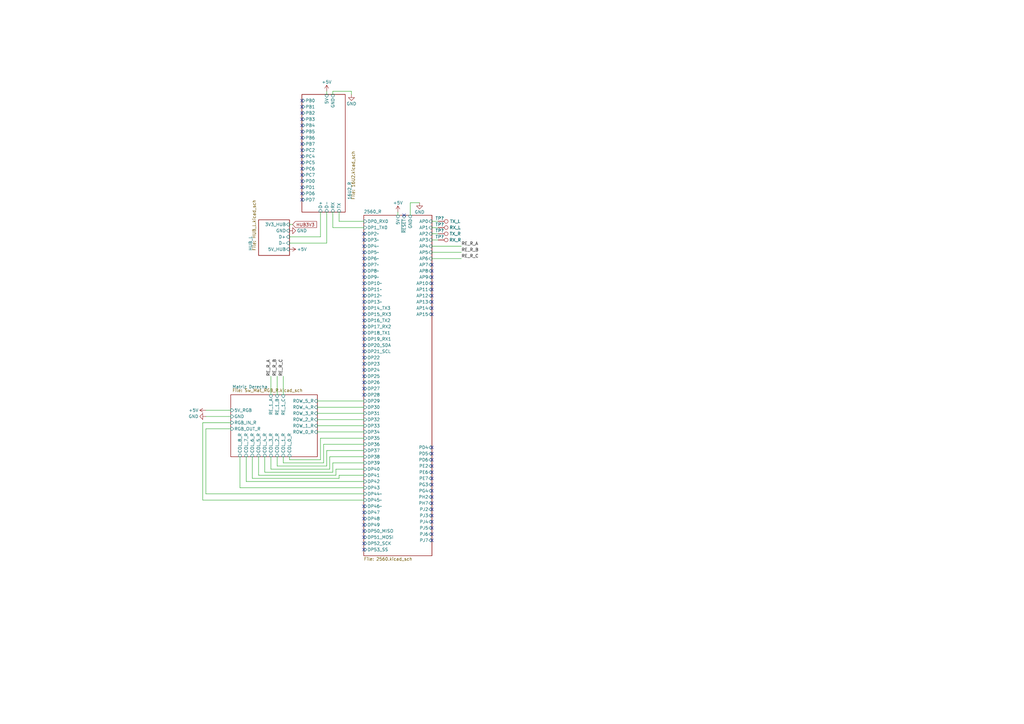
<source format=kicad_sch>
(kicad_sch (version 20211123) (generator eeschema)
  (paper "A3")
  (lib_symbols
    (symbol "Connector:TestPoint" (pin_numbers hide) (pin_names (offset 0.762) hide)
      (property "Reference" "TP" (at 0 6.858 0))
      (property "Value" "TestPoint" (at 0 5.08 0))
      (symbol "TestPoint_0_1"
        (circle (center 0 3.302) (radius 0.762))
      )
      (symbol "TestPoint_1_1"
        (pin passive line (at 0 0 90) (length 2.54) (name "1") (number "1"))
      )
    )
    (symbol "power:+5V" (power) (pin_names (offset 0))
      (property "Value" "+5V" (at 0 3.556 0))
      (symbol "+5V_0_1"
        (polyline (pts (xy -0.762 1.27) (xy 0 2.54)))
        (polyline (pts (xy 0 0) (xy 0 2.54)))
        (polyline (pts (xy 0 2.54) (xy 0.762 1.27)))
      )
      (symbol "+5V_1_1"
        (pin power_in line (at 0 0 90) (length 0) hide (name "+5V") (number "1"))
      )
    )
    (symbol "power:GND" (power) (pin_names (offset 0))
      (property "Value" "GND" (at 0 -3.81 0))
      (symbol "GND_0_1"
        (polyline (pts (xy 0 0) (xy 0 -1.27) (xy 1.27 -1.27) (xy 0 -2.54) (xy -1.27 -1.27) (xy 0 -1.27)))
      )
      (symbol "GND_1_1"
        (pin power_in line (at 0 0 270) (length 0) hide (name "GND") (number "1"))
      )
    )
  )
  (no_connect (at 149.225 151.765))
  (no_connect (at 149.225 98.425))
  (no_connect (at 123.825 43.815))
  (no_connect (at 149.225 141.605))
  (no_connect (at 149.225 118.745))
  (no_connect (at 149.225 123.825))
  (no_connect (at 177.165 206.375))
  (no_connect (at 177.165 121.285))
  (no_connect (at 123.825 48.895))
  (no_connect (at 123.825 61.595))
  (no_connect (at 177.165 193.675))
  (no_connect (at 123.825 74.295))
  (no_connect (at 177.165 211.455))
  (no_connect (at 177.165 116.205))
  (no_connect (at 177.165 108.585))
  (no_connect (at 123.825 46.355))
  (no_connect (at 177.165 123.825))
  (no_connect (at 177.165 126.365))
  (no_connect (at 149.225 149.225))
  (no_connect (at 123.825 79.375))
  (no_connect (at 177.165 198.755))
  (no_connect (at 149.225 217.805))
  (no_connect (at 177.165 213.995))
  (no_connect (at 149.225 161.925))
  (no_connect (at 177.165 208.915))
  (no_connect (at 149.225 95.885))
  (no_connect (at 177.165 196.215))
  (no_connect (at 149.225 215.265))
  (no_connect (at 123.825 76.835))
  (no_connect (at 165.735 88.265))
  (no_connect (at 149.225 100.965))
  (no_connect (at 149.225 103.505))
  (no_connect (at 177.165 191.135))
  (no_connect (at 149.225 139.065))
  (no_connect (at 149.225 146.685))
  (no_connect (at 149.225 154.305))
  (no_connect (at 123.825 51.435))
  (no_connect (at 123.825 81.915))
  (no_connect (at 177.165 128.905))
  (no_connect (at 149.225 225.425))
  (no_connect (at 149.225 126.365))
  (no_connect (at 149.225 220.345))
  (no_connect (at 149.225 210.185))
  (no_connect (at 149.225 207.645))
  (no_connect (at 149.225 131.445))
  (no_connect (at 123.825 59.055))
  (no_connect (at 177.165 111.125))
  (no_connect (at 149.225 144.145))
  (no_connect (at 149.225 116.205))
  (no_connect (at 149.225 128.905))
  (no_connect (at 177.165 188.595))
  (no_connect (at 123.825 64.135))
  (no_connect (at 177.165 183.515))
  (no_connect (at 149.225 106.045))
  (no_connect (at 149.225 222.885))
  (no_connect (at 123.825 56.515))
  (no_connect (at 149.225 111.125))
  (no_connect (at 149.225 108.585))
  (no_connect (at 149.225 133.985))
  (no_connect (at 177.165 221.615))
  (no_connect (at 177.165 113.665))
  (no_connect (at 177.165 201.295))
  (no_connect (at 177.165 186.055))
  (no_connect (at 177.165 118.745))
  (no_connect (at 123.825 66.675))
  (no_connect (at 149.225 121.285))
  (no_connect (at 177.165 219.075))
  (no_connect (at 149.225 136.525))
  (no_connect (at 123.825 41.275))
  (no_connect (at 149.225 156.845))
  (no_connect (at 149.225 159.385))
  (no_connect (at 123.825 69.215))
  (no_connect (at 177.165 203.835))
  (no_connect (at 123.825 53.975))
  (no_connect (at 149.225 212.725))
  (no_connect (at 123.825 71.755))
  (no_connect (at 149.225 113.665))
  (no_connect (at 177.165 216.535))
  (wire (pts (xy 130.175 174.625) (xy 149.225 174.625)))
  (wire (pts (xy 136.525 189.865) (xy 149.225 189.865)))
  (wire (pts (xy 133.985 184.785) (xy 149.225 184.785)))
  (wire (pts (xy 177.165 93.345) (xy 179.705 93.345)))
  (wire (pts (xy 177.165 100.965) (xy 189.23 100.965)))
  (wire (pts (xy 131.445 179.705) (xy 149.225 179.705)))
  (wire (pts (xy 133.985 99.695) (xy 133.985 86.995)))
  (wire (pts (xy 113.665 191.135) (xy 133.985 191.135)))
  (wire (pts (xy 177.165 90.805) (xy 179.705 90.805)))
  (wire (pts (xy 139.065 194.945) (xy 149.225 194.945)))
  (wire (pts (xy 137.795 192.405) (xy 149.225 192.405)))
  (wire (pts (xy 177.165 106.045) (xy 189.23 106.045)))
  (wire (pts (xy 113.665 154.305) (xy 113.665 161.925)))
  (wire (pts (xy 98.425 187.325) (xy 98.425 200.025)))
  (wire (pts (xy 139.065 90.805) (xy 149.225 90.805)))
  (wire (pts (xy 139.065 86.995) (xy 139.065 90.805)))
  (wire (pts (xy 130.175 177.165) (xy 149.225 177.165)))
  (wire (pts (xy 177.165 103.505) (xy 189.23 103.505)))
  (wire (pts (xy 111.125 154.305) (xy 111.125 161.925)))
  (wire (pts (xy 113.665 187.325) (xy 113.665 191.135)))
  (wire (pts (xy 130.175 172.085) (xy 149.225 172.085)))
  (wire (pts (xy 83.185 205.105) (xy 149.225 205.105)))
  (wire (pts (xy 118.745 99.695) (xy 133.985 99.695)))
  (wire (pts (xy 98.425 200.025) (xy 149.225 200.025)))
  (wire (pts (xy 131.445 188.595) (xy 131.445 179.705)))
  (wire (pts (xy 132.715 182.245) (xy 149.225 182.245)))
  (wire (pts (xy 133.985 191.135) (xy 133.985 184.785)))
  (wire (pts (xy 118.745 188.595) (xy 131.445 188.595)))
  (wire (pts (xy 118.745 92.075) (xy 120.015 92.075)))
  (wire (pts (xy 84.455 175.895) (xy 84.455 202.565)))
  (wire (pts (xy 139.065 196.215) (xy 139.065 194.945)))
  (wire (pts (xy 118.745 187.325) (xy 118.745 188.595)))
  (wire (pts (xy 136.525 38.735) (xy 136.525 37.465)))
  (wire (pts (xy 135.255 192.405) (xy 135.255 187.325)))
  (wire (pts (xy 130.175 167.005) (xy 149.225 167.005)))
  (wire (pts (xy 100.965 187.325) (xy 100.965 197.485)))
  (wire (pts (xy 111.125 192.405) (xy 135.255 192.405)))
  (wire (pts (xy 84.455 202.565) (xy 149.225 202.565)))
  (wire (pts (xy 131.445 97.155) (xy 131.445 86.995)))
  (wire (pts (xy 168.275 83.185) (xy 172.085 83.185)))
  (wire (pts (xy 103.505 196.215) (xy 139.065 196.215)))
  (wire (pts (xy 136.525 93.345) (xy 149.225 93.345)))
  (wire (pts (xy 94.615 175.895) (xy 84.455 175.895)))
  (wire (pts (xy 136.525 193.675) (xy 136.525 189.865)))
  (wire (pts (xy 163.195 86.995) (xy 163.195 88.265)))
  (wire (pts (xy 94.615 173.355) (xy 83.185 173.355)))
  (wire (pts (xy 106.045 194.945) (xy 137.795 194.945)))
  (wire (pts (xy 136.525 37.465) (xy 144.145 37.465)))
  (wire (pts (xy 108.585 193.675) (xy 136.525 193.675)))
  (wire (pts (xy 106.045 187.325) (xy 106.045 194.945)))
  (wire (pts (xy 84.455 170.815) (xy 94.615 170.815)))
  (wire (pts (xy 130.175 169.545) (xy 149.225 169.545)))
  (wire (pts (xy 133.985 37.465) (xy 133.985 38.735)))
  (wire (pts (xy 116.205 187.325) (xy 116.205 189.865)))
  (wire (pts (xy 144.145 37.465) (xy 144.145 38.735)))
  (wire (pts (xy 132.715 189.865) (xy 132.715 182.245)))
  (wire (pts (xy 111.125 187.325) (xy 111.125 192.405)))
  (wire (pts (xy 135.255 187.325) (xy 149.225 187.325)))
  (wire (pts (xy 130.175 164.465) (xy 149.225 164.465)))
  (wire (pts (xy 116.205 189.865) (xy 132.715 189.865)))
  (wire (pts (xy 177.165 95.885) (xy 179.705 95.885)))
  (wire (pts (xy 177.165 98.425) (xy 179.705 98.425)))
  (wire (pts (xy 83.185 173.355) (xy 83.185 205.105)))
  (wire (pts (xy 136.525 86.995) (xy 136.525 93.345)))
  (wire (pts (xy 100.965 197.485) (xy 149.225 197.485)))
  (wire (pts (xy 168.275 88.265) (xy 168.275 83.185)))
  (wire (pts (xy 103.505 187.325) (xy 103.505 196.215)))
  (wire (pts (xy 137.795 194.945) (xy 137.795 192.405)))
  (wire (pts (xy 108.585 187.325) (xy 108.585 193.675)))
  (wire (pts (xy 118.745 97.155) (xy 131.445 97.155)))
  (wire (pts (xy 116.205 154.305) (xy 116.205 161.925)))
  (wire (pts (xy 84.455 168.275) (xy 94.615 168.275)))
  (label "RE_R_B" (at 189.23 103.505 0))
  (label "RE_R_B" (at 113.665 154.305 90))
  (label "RE_R_A" (at 189.23 100.965 0))
  (label "RE_R_C" (at 189.23 106.045 0))
  (label "RE_R_C" (at 116.205 154.305 90))
  (label "RE_R_A" (at 111.125 154.305 90))
  (global_label "HUB3V3" (shape input) (at 120.015 92.075 0) (property "Intersheet References" "${INTERSHEET_REFS}" (effects hide)))
  (symbol (lib_id "power:GND") (at 144.145 38.735 0) (unit 1)
    (property "Reference" "#PWR?" (effects hide))
    (property "Value" "GND" (at 144.145 42.545 0))
  )
  (symbol (lib_id "power:+5V") (at 84.455 168.275 90) (unit 1)
    (property "Reference" "#PWR?" (effects hide))
    (property "Value" "+5V" (at 79.375 168.275 90))
  )
  (symbol (lib_id "Connector:TestPoint") (at 179.705 90.805 270) (unit 1)
    (property "Reference" "TP?" (at 180.34 89.535 90))
    (property "Value" "TX_L" (at 186.69 90.805 90))
    (property "Footprint" "TestPoint:TestPoint_Pad_D3.0mm" (effects hide))
  )
  (symbol (lib_id "power:+5V") (at 118.745 102.235 270) (unit 1)
    (property "Reference" "#PWR?" (effects hide))
    (property "Value" "+5V" (at 123.825 102.235 90))
  )
  (symbol (lib_id "power:+5V") (at 133.985 37.465 0) (unit 1)
    (property "Reference" "#PWR?" (effects hide))
    (property "Value" "+5V" (at 133.985 33.655 0))
  )
  (symbol (lib_id "power:GND") (at 172.085 83.185 0) (unit 1)
    (property "Reference" "#PWR?" (effects hide))
    (property "Value" "GND" (at 172.085 86.995 0))
  )
  (symbol (lib_id "power:GND") (at 118.745 94.615 90) (unit 1)
    (property "Reference" "#PWR?" (effects hide))
    (property "Value" "GND" (at 123.825 94.615 90))
  )
  (symbol (lib_id "power:GND") (at 84.455 170.815 270) (unit 1)
    (property "Reference" "#PWR?" (effects hide))
    (property "Value" "GND" (at 79.375 170.815 90))
  )
  (symbol (lib_id "Connector:TestPoint") (at 179.705 93.345 270) (unit 1)
    (property "Reference" "TP?" (at 180.34 92.075 90))
    (property "Value" "RX_L" (at 186.69 93.345 90))
    (property "Footprint" "TestPoint:TestPoint_Pad_D3.0mm" (effects hide))
  )
  (symbol (lib_id "Connector:TestPoint") (at 179.705 98.425 270) (unit 1)
    (property "Reference" "TP?" (at 180.34 97.155 90))
    (property "Value" "RX_R" (at 186.69 98.425 90))
    (property "Footprint" "TestPoint:TestPoint_Pad_D3.0mm" (effects hide))
  )
  (symbol (lib_id "Connector:TestPoint") (at 179.705 95.885 270) (unit 1)
    (property "Reference" "TP?" (at 180.34 94.615 90))
    (property "Value" "TX_R" (at 186.69 95.885 90))
    (property "Footprint" "TestPoint:TestPoint_Pad_D3.0mm" (effects hide))
  )
  (symbol (lib_id "power:+5V") (at 163.195 86.995 0) (unit 1)
    (property "Reference" "#PWR?" (effects hide))
    (property "Value" "+5V" (at 163.195 83.185 0))
  )
  (sheet (at 149.225 88.265) (size 27.94 139.7) (stroke (width 0.1524))
    (property "Sheet name" "2560_R" (at 149.225 87.5534 0) (effects (justify left bottom)))
    (property "Sheet file" "2560.kicad_sch" (at 149.225 228.5496 0) (effects (justify left top)))
    (pin "DP49" input (at 149.225 215.265 180))
    (pin "DP43" input (at 149.225 200.025 180))
    (pin "DP46~" input (at 149.225 207.645 180))
    (pin "DP45~" input (at 149.225 205.105 180))
    (pin "DP44~" input (at 149.225 202.565 180))
    (pin "DP48" input (at 149.225 212.725 180))
    (pin "DP47" input (at 149.225 210.185 180))
    (pin "DP13~" input (at 149.225 123.825 180))
    (pin "DP12~" input (at 149.225 121.285 180))
    (pin "DP11~" input (at 149.225 118.745 180))
    (pin "DP20_SDA" input (at 149.225 141.605 180))
    (pin "DP21_SCL" input (at 149.225 144.145 180))
    (pin "DP10~" input (at 149.225 116.205 180))
    (pin "GND" input (at 168.275 88.265 90))
    (pin "5V" input (at 163.195 88.265 90))
    (pin "~{RESET}" input (at 165.735 88.265 90))
    (pin "AP9" input (at 177.165 113.665 0))
    (pin "AP10" input (at 177.165 116.205 0))
    (pin "AP12" input (at 177.165 121.285 0))
    (pin "AP11" input (at 177.165 118.745 0))
    (pin "DP42" input (at 149.225 197.485 180))
    (pin "AP8" input (at 177.165 111.125 0))
    (pin "DP0_RX0" input (at 149.225 90.805 180))
    (pin "DP1_TX0" input (at 149.225 93.345 180))
    (pin "PE2" input (at 177.165 191.135 0))
    (pin "DP38" input (at 149.225 187.325 180))
    (pin "PD6" input (at 177.165 188.595 0))
    (pin "DP15_RX3" input (at 149.225 128.905 180))
    (pin "DP14_TX3" input (at 149.225 126.365 180))
    (pin "AP15" input (at 177.165 128.905 0))
    (pin "AP14" input (at 177.165 126.365 0))
    (pin "AP13" input (at 177.165 123.825 0))
    (pin "PJ3" input (at 177.165 211.455 0))
    (pin "PJ2" input (at 177.165 208.915 0))
    (pin "DP34" input (at 149.225 177.165 180))
    (pin "DP33" input (at 149.225 174.625 180))
    (pin "DP32" input (at 149.225 172.085 180))
    (pin "DP31" input (at 149.225 169.545 180))
    (pin "DP30" input (at 149.225 167.005 180))
    (pin "DP19_RX1" input (at 149.225 139.065 180))
    (pin "PD5" input (at 177.165 186.055 0))
    (pin "DP18_TX1" input (at 149.225 136.525 180))
    (pin "PD4" input (at 177.165 183.515 0))
    (pin "DP37" input (at 149.225 184.785 180))
    (pin "DP36" input (at 149.225 182.245 180))
    (pin "DP35" input (at 149.225 179.705 180))
    (pin "DP53_SS" input (at 149.225 225.425 180))
    (pin "DP5~" input (at 149.225 103.505 180))
    (pin "DP2~" input (at 149.225 95.885 180))
    (pin "DP3~" input (at 149.225 98.425 180))
    (pin "PE6" input (at 177.165 193.675 0))
    (pin "PE7" input (at 177.165 196.215 0))
    (pin "PH2" input (at 177.165 203.835 0))
    (pin "DP16_TX2" input (at 149.225 131.445 180))
    (pin "DP17_RX2" input (at 149.225 133.985 180))
    (pin "DP6~" input (at 149.225 106.045 180))
    (pin "DP7~" input (at 149.225 108.585 180))
    (pin "DP4~" input (at 149.225 100.965 180))
    (pin "PG4" input (at 177.165 201.295 0))
    (pin "PG3" input (at 177.165 198.755 0))
    (pin "PJ4" input (at 177.165 213.995 0))
    (pin "PJ5" input (at 177.165 216.535 0))
    (pin "PJ6" input (at 177.165 219.075 0))
    (pin "PJ7" input (at 177.165 221.615 0))
    (pin "PH7" input (at 177.165 206.375 0))
    (pin "DP8~" input (at 149.225 111.125 180))
    (pin "DP9~" input (at 149.225 113.665 180))
    (pin "DP41" input (at 149.225 194.945 180))
    (pin "DP40" input (at 149.225 192.405 180))
    (pin "DP39" input (at 149.225 189.865 180))
    (pin "AP7" input (at 177.165 108.585 0))
    (pin "AP1" input (at 177.165 93.345 0))
    (pin "AP6" input (at 177.165 106.045 0))
    (pin "AP5" input (at 177.165 103.505 0))
    (pin "AP4" input (at 177.165 100.965 0))
    (pin "AP3" input (at 177.165 98.425 0))
    (pin "AP2" input (at 177.165 95.885 0))
    (pin "AP0" input (at 177.165 90.805 0))
    (pin "DP29" input (at 149.225 164.465 180))
    (pin "DP28" input (at 149.225 161.925 180))
    (pin "DP27" input (at 149.225 159.385 180))
    (pin "DP26" input (at 149.225 156.845 180))
    (pin "DP25" input (at 149.225 154.305 180))
    (pin "DP24" input (at 149.225 151.765 180))
    (pin "DP23" input (at 149.225 149.225 180))
    (pin "DP22" input (at 149.225 146.685 180))
    (pin "DP51_MOSI" input (at 149.225 220.345 180))
    (pin "DP50_MISO" input (at 149.225 217.805 180))
    (pin "DP52_SCK" input (at 149.225 222.885 180))
  )
  (sheet (at 106.045 90.17) (size 12.7 14.605) (stroke (width 0.1524))
    (property "Sheet name" "HUB_L" (at 103.505 102.87 90) (effects (justify left bottom)))
    (property "Sheet file" "HUB_L.kicad_sch" (at 103.505 102.87 90) (effects (justify left top)))
    (pin "D-" input (at 118.745 99.695 0))
    (pin "5V_HUB" input (at 118.745 102.235 0))
    (pin "D+" input (at 118.745 97.155 0))
    (pin "GND" input (at 118.745 94.615 0))
    (pin "3V3_HUB" input (at 118.745 92.075 0))
  )
  (sheet (at 94.615 161.925) (size 35.56 25.4) (stroke (width 0.1524))
    (property "Sheet name" "Matriz Derecha" (at 95.25 159.385 0) (effects (justify left bottom)))
    (property "Sheet file" "Sw_Mat_RGB_R.kicad_sch" (at 95.25 159.385 0) (effects (justify left top)))
    (pin "ROW_5_R" input (at 130.175 164.465 0))
    (pin "ROW_4_R" input (at 130.175 167.005 0))
    (pin "ROW_3_R" input (at 130.175 169.545 0))
    (pin "COL_1_R" input (at 116.205 187.325 270))
    (pin "COL_2_R" input (at 113.665 187.325 270))
    (pin "COL_5_R" input (at 106.045 187.325 270))
    (pin "COL_6_R" input (at 103.505 187.325 270))
    (pin "COL_4_R" input (at 108.585 187.325 270))
    (pin "COL_3_R" input (at 111.125 187.325 270))
    (pin "ROW_2_R" input (at 130.175 172.085 0))
    (pin "ROW_1_R" input (at 130.175 174.625 0))
    (pin "ROW_0_R" input (at 130.175 177.165 0))
    (pin "COL_7_R" input (at 100.965 187.325 270))
    (pin "COL_0_R" input (at 118.745 187.325 270))
    (pin "5V_RGB" input (at 94.615 168.275 180))
    (pin "GND" input (at 94.615 170.815 180))
    (pin "RGB_IN_R" input (at 94.615 173.355 180))
    (pin "RGB_OUT_R" input (at 94.615 175.895 180))
    (pin "COL_8_R" input (at 98.425 187.325 270))
    (pin "RE_1_C" input (at 116.205 161.925 90))
    (pin "RE_1_B" input (at 113.665 161.925 90))
    (pin "RE_1_A" input (at 111.125 161.925 90))
  )
  (sheet (at 123.825 38.735) (size 17.78 48.26) (stroke (width 0.1524))
    (property "Sheet name" "16U2_R" (at 144.145 81.915 90) (effects (justify left bottom)))
    (property "Sheet file" "16U2.kicad_sch" (at 144.145 81.915 90) (effects (justify left top)))
    (pin "D+" input (at 131.445 86.995 270))
    (pin "D-" input (at 133.985 86.995 270))
    (pin "PB2" input (at 123.825 46.355 180))
    (pin "PB4" input (at 123.825 51.435 180))
    (pin "PB1" input (at 123.825 43.815 180))
    (pin "PB0" input (at 123.825 41.275 180))
    (pin "PB3" input (at 123.825 48.895 180))
    (pin "PC4" input (at 123.825 64.135 180))
    (pin "PC2" input (at 123.825 61.595 180))
    (pin "PB5" input (at 123.825 53.975 180))
    (pin "PB6" input (at 123.825 56.515 180))
    (pin "PB7" input (at 123.825 59.055 180))
    (pin "PC7" input (at 123.825 71.755 180))
    (pin "PC5" input (at 123.825 66.675 180))
    (pin "PC6" input (at 123.825 69.215 180))
    (pin "PD0" input (at 123.825 74.295 180))
    (pin "PD1" input (at 123.825 76.835 180))
    (pin "RX" input (at 136.525 86.995 270))
    (pin "TX" input (at 139.065 86.995 270))
    (pin "PD6" input (at 123.825 79.375 180))
    (pin "PD7" input (at 123.825 81.915 180))
    (pin "GND" input (at 136.525 38.735 90))
    (pin "5V" input (at 133.985 38.735 90))
  )
)
</source>
